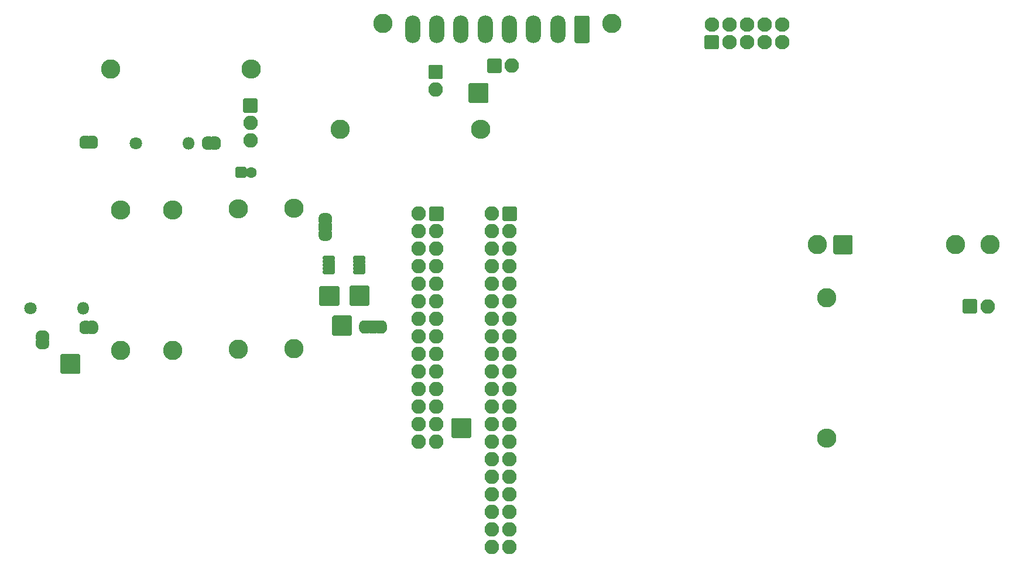
<source format=gbr>
%TF.GenerationSoftware,KiCad,Pcbnew,(5.1.9-0-10_14)*%
%TF.CreationDate,2021-02-14T15:54:45+00:00*%
%TF.ProjectId,base8x,62617365-3878-42e6-9b69-6361645f7063,rev?*%
%TF.SameCoordinates,Original*%
%TF.FileFunction,Soldermask,Top*%
%TF.FilePolarity,Negative*%
%FSLAX46Y46*%
G04 Gerber Fmt 4.6, Leading zero omitted, Abs format (unit mm)*
G04 Created by KiCad (PCBNEW (5.1.9-0-10_14)) date 2021-02-14 15:54:45*
%MOMM*%
%LPD*%
G01*
G04 APERTURE LIST*
%ADD10C,2.800000*%
%ADD11O,1.800000X1.800000*%
%ADD12C,1.800000*%
%ADD13O,2.800000X2.800000*%
%ADD14C,2.100000*%
%ADD15C,0.100000*%
%ADD16O,2.100000X2.100000*%
%ADD17O,2.200000X4.000000*%
%ADD18C,1.600000*%
G04 APERTURE END LIST*
%TO.C,SSR-Ithink1*%
G36*
G01*
X-198021400Y-62576800D02*
X-198021400Y-60359200D01*
G75*
G02*
X-197730200Y-60068000I291200J0D01*
G01*
X-195512600Y-60068000D01*
G75*
G02*
X-195221400Y-60359200I0J-291200D01*
G01*
X-195221400Y-62576800D01*
G75*
G02*
X-195512600Y-62868000I-291200J0D01*
G01*
X-197730200Y-62868000D01*
G75*
G02*
X-198021400Y-62576800I0J291200D01*
G01*
G37*
D10*
X-200371400Y-61468000D03*
X-180371400Y-61468000D03*
X-175371400Y-61468000D03*
%TD*%
D11*
%TO.C,D2*%
X-306491640Y-70708520D03*
D12*
X-314111640Y-70708520D03*
%TD*%
D11*
%TO.C,D1*%
X-291302440Y-46791880D03*
D12*
X-298922440Y-46791880D03*
%TD*%
D13*
%TO.C,Resistor_SSR1*%
X-198958200Y-89433400D03*
D10*
X-198958200Y-69113400D03*
%TD*%
D13*
%TO.C,Resistor1*%
X-282178760Y-36062920D03*
D10*
X-302498760Y-36062920D03*
%TD*%
D13*
%TO.C,R5*%
X-249021600Y-44780200D03*
D10*
X-269341600Y-44780200D03*
%TD*%
D13*
%TO.C,R4*%
X-293547800Y-56438800D03*
D10*
X-293547800Y-76758800D03*
%TD*%
D13*
%TO.C,R3*%
X-276047200Y-56235600D03*
D10*
X-276047200Y-76555600D03*
%TD*%
D13*
%TO.C,R2*%
X-301066200Y-56489600D03*
D10*
X-301066200Y-76809600D03*
%TD*%
D13*
%TO.C,R1*%
X-284099000Y-56286400D03*
D10*
X-284099000Y-76606400D03*
%TD*%
%TO.C,TP5*%
G36*
G01*
X-270512200Y-74427400D02*
X-270512200Y-71927400D01*
G75*
G02*
X-270312200Y-71727400I200000J0D01*
G01*
X-267812200Y-71727400D01*
G75*
G02*
X-267612200Y-71927400I0J-200000D01*
G01*
X-267612200Y-74427400D01*
G75*
G02*
X-267812200Y-74627400I-200000J0D01*
G01*
X-270312200Y-74627400D01*
G75*
G02*
X-270512200Y-74427400I0J200000D01*
G01*
G37*
%TD*%
%TO.C,TP4*%
G36*
G01*
X-309806000Y-79990000D02*
X-309806000Y-77490000D01*
G75*
G02*
X-309606000Y-77290000I200000J0D01*
G01*
X-307106000Y-77290000D01*
G75*
G02*
X-306906000Y-77490000I0J-200000D01*
G01*
X-306906000Y-79990000D01*
G75*
G02*
X-307106000Y-80190000I-200000J0D01*
G01*
X-309606000Y-80190000D01*
G75*
G02*
X-309806000Y-79990000I0J200000D01*
G01*
G37*
%TD*%
%TO.C,TP3*%
G36*
G01*
X-267997600Y-70109400D02*
X-267997600Y-67609400D01*
G75*
G02*
X-267797600Y-67409400I200000J0D01*
G01*
X-265297600Y-67409400D01*
G75*
G02*
X-265097600Y-67609400I0J-200000D01*
G01*
X-265097600Y-70109400D01*
G75*
G02*
X-265297600Y-70309400I-200000J0D01*
G01*
X-267797600Y-70309400D01*
G75*
G02*
X-267997600Y-70109400I0J200000D01*
G01*
G37*
%TD*%
%TO.C,TP2*%
G36*
G01*
X-272366400Y-70134800D02*
X-272366400Y-67634800D01*
G75*
G02*
X-272166400Y-67434800I200000J0D01*
G01*
X-269666400Y-67434800D01*
G75*
G02*
X-269466400Y-67634800I0J-200000D01*
G01*
X-269466400Y-70134800D01*
G75*
G02*
X-269666400Y-70334800I-200000J0D01*
G01*
X-272166400Y-70334800D01*
G75*
G02*
X-272366400Y-70134800I0J200000D01*
G01*
G37*
%TD*%
%TO.C,J1*%
G36*
G01*
X-214879423Y-33206400D02*
X-216361777Y-33206400D01*
G75*
G02*
X-216670600Y-32897577I0J308823D01*
G01*
X-216670600Y-31415223D01*
G75*
G02*
X-216361777Y-31106400I308823J0D01*
G01*
X-214879423Y-31106400D01*
G75*
G02*
X-214570600Y-31415223I0J-308823D01*
G01*
X-214570600Y-32897577D01*
G75*
G02*
X-214879423Y-33206400I-308823J0D01*
G01*
G37*
D14*
X-213080600Y-32156400D03*
X-210540600Y-32156400D03*
X-208000600Y-32156400D03*
X-205460600Y-32156400D03*
X-215620600Y-29616400D03*
X-213080600Y-29616400D03*
X-210540600Y-29616400D03*
X-208000600Y-29616400D03*
X-205460600Y-29616400D03*
%TD*%
D15*
%TO.C,J2*%
G36*
X-265315482Y-72421743D02*
G01*
X-265277963Y-72433124D01*
X-265243386Y-72451606D01*
X-265213079Y-72476479D01*
X-265188206Y-72506786D01*
X-265169724Y-72541363D01*
X-265158343Y-72578882D01*
X-265154500Y-72617900D01*
X-265154500Y-74117900D01*
X-265158343Y-74156918D01*
X-265169724Y-74194437D01*
X-265188206Y-74229014D01*
X-265213079Y-74259321D01*
X-265243386Y-74284194D01*
X-265277963Y-74302676D01*
X-265315482Y-74314057D01*
X-265354500Y-74317900D01*
X-265904500Y-74317900D01*
X-265910612Y-74317298D01*
X-265929034Y-74317298D01*
X-265948640Y-74316335D01*
X-265997471Y-74311525D01*
X-266016880Y-74308646D01*
X-266065005Y-74299074D01*
X-266084048Y-74294304D01*
X-266131003Y-74280060D01*
X-266149480Y-74273449D01*
X-266194813Y-74254672D01*
X-266212561Y-74246277D01*
X-266255834Y-74223146D01*
X-266272662Y-74213060D01*
X-266313461Y-74185800D01*
X-266329230Y-74174105D01*
X-266367159Y-74142977D01*
X-266381700Y-74129797D01*
X-266416397Y-74095100D01*
X-266429577Y-74080559D01*
X-266460705Y-74042630D01*
X-266472400Y-74026861D01*
X-266499660Y-73986062D01*
X-266509746Y-73969234D01*
X-266532877Y-73925961D01*
X-266541272Y-73908213D01*
X-266560049Y-73862880D01*
X-266566660Y-73844403D01*
X-266580904Y-73797448D01*
X-266585674Y-73778405D01*
X-266595246Y-73730280D01*
X-266598125Y-73710871D01*
X-266602935Y-73662040D01*
X-266603898Y-73642434D01*
X-266603898Y-73624012D01*
X-266604500Y-73617900D01*
X-266604500Y-73117900D01*
X-266603898Y-73111788D01*
X-266603898Y-73093366D01*
X-266602935Y-73073760D01*
X-266598125Y-73024929D01*
X-266595246Y-73005520D01*
X-266585674Y-72957395D01*
X-266580904Y-72938352D01*
X-266566660Y-72891397D01*
X-266560049Y-72872920D01*
X-266541272Y-72827587D01*
X-266532877Y-72809839D01*
X-266509746Y-72766566D01*
X-266499660Y-72749738D01*
X-266472400Y-72708939D01*
X-266460705Y-72693170D01*
X-266429577Y-72655241D01*
X-266416397Y-72640700D01*
X-266381700Y-72606003D01*
X-266367159Y-72592823D01*
X-266329230Y-72561695D01*
X-266313461Y-72550000D01*
X-266272662Y-72522740D01*
X-266255834Y-72512654D01*
X-266212561Y-72489523D01*
X-266194813Y-72481128D01*
X-266149480Y-72462351D01*
X-266131003Y-72455740D01*
X-266084048Y-72441496D01*
X-266065005Y-72436726D01*
X-266016880Y-72427154D01*
X-265997471Y-72424275D01*
X-265948640Y-72419465D01*
X-265929034Y-72418502D01*
X-265910612Y-72418502D01*
X-265904500Y-72417900D01*
X-265354500Y-72417900D01*
X-265315482Y-72421743D01*
G37*
G36*
X-263298388Y-72418502D02*
G01*
X-263279966Y-72418502D01*
X-263260360Y-72419465D01*
X-263211529Y-72424275D01*
X-263192120Y-72427154D01*
X-263143995Y-72436726D01*
X-263124952Y-72441496D01*
X-263077997Y-72455740D01*
X-263059520Y-72462351D01*
X-263014187Y-72481128D01*
X-262996439Y-72489523D01*
X-262953166Y-72512654D01*
X-262936338Y-72522740D01*
X-262895539Y-72550000D01*
X-262879770Y-72561695D01*
X-262841841Y-72592823D01*
X-262827300Y-72606003D01*
X-262792603Y-72640700D01*
X-262779423Y-72655241D01*
X-262748295Y-72693170D01*
X-262736600Y-72708939D01*
X-262709340Y-72749738D01*
X-262699254Y-72766566D01*
X-262676123Y-72809839D01*
X-262667728Y-72827587D01*
X-262648951Y-72872920D01*
X-262642340Y-72891397D01*
X-262628096Y-72938352D01*
X-262623326Y-72957395D01*
X-262613754Y-73005520D01*
X-262610875Y-73024929D01*
X-262606065Y-73073760D01*
X-262605102Y-73093366D01*
X-262605102Y-73111788D01*
X-262604500Y-73117900D01*
X-262604500Y-73617900D01*
X-262605102Y-73624012D01*
X-262605102Y-73642434D01*
X-262606065Y-73662040D01*
X-262610875Y-73710871D01*
X-262613754Y-73730280D01*
X-262623326Y-73778405D01*
X-262628096Y-73797448D01*
X-262642340Y-73844403D01*
X-262648951Y-73862880D01*
X-262667728Y-73908213D01*
X-262676123Y-73925961D01*
X-262699254Y-73969234D01*
X-262709340Y-73986062D01*
X-262736600Y-74026861D01*
X-262748295Y-74042630D01*
X-262779423Y-74080559D01*
X-262792603Y-74095100D01*
X-262827300Y-74129797D01*
X-262841841Y-74142977D01*
X-262879770Y-74174105D01*
X-262895539Y-74185800D01*
X-262936338Y-74213060D01*
X-262953166Y-74223146D01*
X-262996439Y-74246277D01*
X-263014187Y-74254672D01*
X-263059520Y-74273449D01*
X-263077997Y-74280060D01*
X-263124952Y-74294304D01*
X-263143995Y-74299074D01*
X-263192120Y-74308646D01*
X-263211529Y-74311525D01*
X-263260360Y-74316335D01*
X-263279966Y-74317298D01*
X-263298388Y-74317298D01*
X-263304500Y-74317900D01*
X-263854500Y-74317900D01*
X-263893518Y-74314057D01*
X-263931037Y-74302676D01*
X-263965614Y-74284194D01*
X-263995921Y-74259321D01*
X-264020794Y-74229014D01*
X-264039276Y-74194437D01*
X-264050657Y-74156918D01*
X-264054500Y-74117900D01*
X-264054500Y-72617900D01*
X-264050657Y-72578882D01*
X-264039276Y-72541363D01*
X-264020794Y-72506786D01*
X-263995921Y-72476479D01*
X-263965614Y-72451606D01*
X-263931037Y-72433124D01*
X-263893518Y-72421743D01*
X-263854500Y-72417900D01*
X-263304500Y-72417900D01*
X-263298388Y-72418502D01*
G37*
G36*
G01*
X-265304500Y-74117900D02*
X-265304500Y-72617900D01*
G75*
G02*
X-265104500Y-72417900I200000J0D01*
G01*
X-264104500Y-72417900D01*
G75*
G02*
X-263904500Y-72617900I0J-200000D01*
G01*
X-263904500Y-74117900D01*
G75*
G02*
X-264104500Y-74317900I-200000J0D01*
G01*
X-265104500Y-74317900D01*
G75*
G02*
X-265304500Y-74117900I0J200000D01*
G01*
G37*
%TD*%
%TO.C,J3*%
G36*
G01*
X-256497800Y-57847600D02*
X-256497800Y-56147600D01*
G75*
G02*
X-256297800Y-55947600I200000J0D01*
G01*
X-254597800Y-55947600D01*
G75*
G02*
X-254397800Y-56147600I0J-200000D01*
G01*
X-254397800Y-57847600D01*
G75*
G02*
X-254597800Y-58047600I-200000J0D01*
G01*
X-256297800Y-58047600D01*
G75*
G02*
X-256497800Y-57847600I0J200000D01*
G01*
G37*
D16*
X-257987800Y-56997600D03*
X-255447800Y-59537600D03*
X-257987800Y-59537600D03*
X-255447800Y-62077600D03*
X-257987800Y-62077600D03*
X-255447800Y-64617600D03*
X-257987800Y-64617600D03*
X-255447800Y-67157600D03*
X-257987800Y-67157600D03*
X-255447800Y-69697600D03*
X-257987800Y-69697600D03*
X-255447800Y-72237600D03*
X-257987800Y-72237600D03*
X-255447800Y-74777600D03*
X-257987800Y-74777600D03*
X-255447800Y-77317600D03*
X-257987800Y-77317600D03*
X-255447800Y-79857600D03*
X-257987800Y-79857600D03*
X-255447800Y-82397600D03*
X-257987800Y-82397600D03*
X-255447800Y-84937600D03*
X-257987800Y-84937600D03*
X-255447800Y-87477600D03*
X-257987800Y-87477600D03*
X-255447800Y-90017600D03*
X-257987800Y-90017600D03*
%TD*%
%TO.C,J4*%
G36*
G01*
X-272250600Y-58202600D02*
X-270750600Y-58202600D01*
G75*
G02*
X-270550600Y-58402600I0J-200000D01*
G01*
X-270550600Y-59402600D01*
G75*
G02*
X-270750600Y-59602600I-200000J0D01*
G01*
X-272250600Y-59602600D01*
G75*
G02*
X-272450600Y-59402600I0J200000D01*
G01*
X-272450600Y-58402600D01*
G75*
G02*
X-272250600Y-58202600I200000J0D01*
G01*
G37*
D15*
G36*
X-270551202Y-60208712D02*
G01*
X-270551202Y-60227134D01*
X-270552165Y-60246740D01*
X-270556975Y-60295571D01*
X-270559854Y-60314980D01*
X-270569426Y-60363105D01*
X-270574196Y-60382148D01*
X-270588440Y-60429103D01*
X-270595051Y-60447580D01*
X-270613828Y-60492913D01*
X-270622223Y-60510661D01*
X-270645354Y-60553934D01*
X-270655440Y-60570762D01*
X-270682700Y-60611561D01*
X-270694395Y-60627330D01*
X-270725523Y-60665259D01*
X-270738703Y-60679800D01*
X-270773400Y-60714497D01*
X-270787941Y-60727677D01*
X-270825870Y-60758805D01*
X-270841639Y-60770500D01*
X-270882438Y-60797760D01*
X-270899266Y-60807846D01*
X-270942539Y-60830977D01*
X-270960287Y-60839372D01*
X-271005620Y-60858149D01*
X-271024097Y-60864760D01*
X-271071052Y-60879004D01*
X-271090095Y-60883774D01*
X-271138220Y-60893346D01*
X-271157629Y-60896225D01*
X-271206460Y-60901035D01*
X-271226066Y-60901998D01*
X-271244488Y-60901998D01*
X-271250600Y-60902600D01*
X-271750600Y-60902600D01*
X-271756712Y-60901998D01*
X-271775134Y-60901998D01*
X-271794740Y-60901035D01*
X-271843571Y-60896225D01*
X-271862980Y-60893346D01*
X-271911105Y-60883774D01*
X-271930148Y-60879004D01*
X-271977103Y-60864760D01*
X-271995580Y-60858149D01*
X-272040913Y-60839372D01*
X-272058661Y-60830977D01*
X-272101934Y-60807846D01*
X-272118762Y-60797760D01*
X-272159561Y-60770500D01*
X-272175330Y-60758805D01*
X-272213259Y-60727677D01*
X-272227800Y-60714497D01*
X-272262497Y-60679800D01*
X-272275677Y-60665259D01*
X-272306805Y-60627330D01*
X-272318500Y-60611561D01*
X-272345760Y-60570762D01*
X-272355846Y-60553934D01*
X-272378977Y-60510661D01*
X-272387372Y-60492913D01*
X-272406149Y-60447580D01*
X-272412760Y-60429103D01*
X-272427004Y-60382148D01*
X-272431774Y-60363105D01*
X-272441346Y-60314980D01*
X-272444225Y-60295571D01*
X-272449035Y-60246740D01*
X-272449998Y-60227134D01*
X-272449998Y-60208712D01*
X-272450600Y-60202600D01*
X-272450600Y-59652600D01*
X-272446757Y-59613582D01*
X-272435376Y-59576063D01*
X-272416894Y-59541486D01*
X-272392021Y-59511179D01*
X-272361714Y-59486306D01*
X-272327137Y-59467824D01*
X-272289618Y-59456443D01*
X-272250600Y-59452600D01*
X-270750600Y-59452600D01*
X-270711582Y-59456443D01*
X-270674063Y-59467824D01*
X-270639486Y-59486306D01*
X-270609179Y-59511179D01*
X-270584306Y-59541486D01*
X-270565824Y-59576063D01*
X-270554443Y-59613582D01*
X-270550600Y-59652600D01*
X-270550600Y-60202600D01*
X-270551202Y-60208712D01*
G37*
G36*
X-270554443Y-58191618D02*
G01*
X-270565824Y-58229137D01*
X-270584306Y-58263714D01*
X-270609179Y-58294021D01*
X-270639486Y-58318894D01*
X-270674063Y-58337376D01*
X-270711582Y-58348757D01*
X-270750600Y-58352600D01*
X-272250600Y-58352600D01*
X-272289618Y-58348757D01*
X-272327137Y-58337376D01*
X-272361714Y-58318894D01*
X-272392021Y-58294021D01*
X-272416894Y-58263714D01*
X-272435376Y-58229137D01*
X-272446757Y-58191618D01*
X-272450600Y-58152600D01*
X-272450600Y-57602600D01*
X-272449998Y-57596488D01*
X-272449998Y-57578066D01*
X-272449035Y-57558460D01*
X-272444225Y-57509629D01*
X-272441346Y-57490220D01*
X-272431774Y-57442095D01*
X-272427004Y-57423052D01*
X-272412760Y-57376097D01*
X-272406149Y-57357620D01*
X-272387372Y-57312287D01*
X-272378977Y-57294539D01*
X-272355846Y-57251266D01*
X-272345760Y-57234438D01*
X-272318500Y-57193639D01*
X-272306805Y-57177870D01*
X-272275677Y-57139941D01*
X-272262497Y-57125400D01*
X-272227800Y-57090703D01*
X-272213259Y-57077523D01*
X-272175330Y-57046395D01*
X-272159561Y-57034700D01*
X-272118762Y-57007440D01*
X-272101934Y-56997354D01*
X-272058661Y-56974223D01*
X-272040913Y-56965828D01*
X-271995580Y-56947051D01*
X-271977103Y-56940440D01*
X-271930148Y-56926196D01*
X-271911105Y-56921426D01*
X-271862980Y-56911854D01*
X-271843571Y-56908975D01*
X-271794740Y-56904165D01*
X-271775134Y-56903202D01*
X-271756712Y-56903202D01*
X-271750600Y-56902600D01*
X-271250600Y-56902600D01*
X-271244488Y-56903202D01*
X-271226066Y-56903202D01*
X-271206460Y-56904165D01*
X-271157629Y-56908975D01*
X-271138220Y-56911854D01*
X-271090095Y-56921426D01*
X-271071052Y-56926196D01*
X-271024097Y-56940440D01*
X-271005620Y-56947051D01*
X-270960287Y-56965828D01*
X-270942539Y-56974223D01*
X-270899266Y-56997354D01*
X-270882438Y-57007440D01*
X-270841639Y-57034700D01*
X-270825870Y-57046395D01*
X-270787941Y-57077523D01*
X-270773400Y-57090703D01*
X-270738703Y-57125400D01*
X-270725523Y-57139941D01*
X-270694395Y-57177870D01*
X-270682700Y-57193639D01*
X-270655440Y-57234438D01*
X-270645354Y-57251266D01*
X-270622223Y-57294539D01*
X-270613828Y-57312287D01*
X-270595051Y-57357620D01*
X-270588440Y-57376097D01*
X-270574196Y-57423052D01*
X-270569426Y-57442095D01*
X-270559854Y-57490220D01*
X-270556975Y-57509629D01*
X-270552165Y-57558460D01*
X-270551202Y-57578066D01*
X-270551202Y-57596488D01*
X-270550600Y-57602600D01*
X-270550600Y-58152600D01*
X-270554443Y-58191618D01*
G37*
%TD*%
%TO.C,J9*%
G36*
G01*
X-233265800Y-28607755D02*
X-233265800Y-31996645D01*
G75*
G02*
X-233571355Y-32302200I-305555J0D01*
G01*
X-235160245Y-32302200D01*
G75*
G02*
X-235465800Y-31996645I0J305555D01*
G01*
X-235465800Y-28607755D01*
G75*
G02*
X-235160245Y-28302200I305555J0D01*
G01*
X-233571355Y-28302200D01*
G75*
G02*
X-233265800Y-28607755I0J-305555D01*
G01*
G37*
D17*
X-237865800Y-30302200D03*
X-241365800Y-30302200D03*
X-244865800Y-30302200D03*
X-248365800Y-30302200D03*
X-251865800Y-30302200D03*
X-255365800Y-30302200D03*
X-258865800Y-30302200D03*
D10*
X-230065800Y-29402200D03*
X-263165800Y-29402200D03*
%TD*%
D15*
%TO.C,JP2*%
G36*
X-305820302Y-45698403D02*
G01*
X-305782783Y-45709784D01*
X-305748206Y-45728266D01*
X-305717899Y-45753139D01*
X-305693026Y-45783446D01*
X-305674544Y-45818023D01*
X-305663163Y-45855542D01*
X-305659320Y-45894560D01*
X-305659320Y-47394560D01*
X-305663163Y-47433578D01*
X-305674544Y-47471097D01*
X-305693026Y-47505674D01*
X-305717899Y-47535981D01*
X-305748206Y-47560854D01*
X-305782783Y-47579336D01*
X-305820302Y-47590717D01*
X-305859320Y-47594560D01*
X-306359320Y-47594560D01*
X-306365432Y-47593958D01*
X-306383854Y-47593958D01*
X-306403460Y-47592995D01*
X-306452291Y-47588185D01*
X-306471700Y-47585306D01*
X-306519825Y-47575734D01*
X-306538868Y-47570964D01*
X-306585823Y-47556720D01*
X-306604300Y-47550109D01*
X-306649633Y-47531332D01*
X-306667381Y-47522937D01*
X-306710654Y-47499806D01*
X-306727482Y-47489720D01*
X-306768281Y-47462460D01*
X-306784050Y-47450765D01*
X-306821979Y-47419637D01*
X-306836520Y-47406457D01*
X-306871217Y-47371760D01*
X-306884397Y-47357219D01*
X-306915525Y-47319290D01*
X-306927220Y-47303521D01*
X-306954480Y-47262722D01*
X-306964566Y-47245894D01*
X-306987697Y-47202621D01*
X-306996092Y-47184873D01*
X-307014869Y-47139540D01*
X-307021480Y-47121063D01*
X-307035724Y-47074108D01*
X-307040494Y-47055065D01*
X-307050066Y-47006940D01*
X-307052945Y-46987531D01*
X-307057755Y-46938700D01*
X-307058718Y-46919094D01*
X-307058718Y-46900672D01*
X-307059320Y-46894560D01*
X-307059320Y-46394560D01*
X-307058718Y-46388448D01*
X-307058718Y-46370026D01*
X-307057755Y-46350420D01*
X-307052945Y-46301589D01*
X-307050066Y-46282180D01*
X-307040494Y-46234055D01*
X-307035724Y-46215012D01*
X-307021480Y-46168057D01*
X-307014869Y-46149580D01*
X-306996092Y-46104247D01*
X-306987697Y-46086499D01*
X-306964566Y-46043226D01*
X-306954480Y-46026398D01*
X-306927220Y-45985599D01*
X-306915525Y-45969830D01*
X-306884397Y-45931901D01*
X-306871217Y-45917360D01*
X-306836520Y-45882663D01*
X-306821979Y-45869483D01*
X-306784050Y-45838355D01*
X-306768281Y-45826660D01*
X-306727482Y-45799400D01*
X-306710654Y-45789314D01*
X-306667381Y-45766183D01*
X-306649633Y-45757788D01*
X-306604300Y-45739011D01*
X-306585823Y-45732400D01*
X-306538868Y-45718156D01*
X-306519825Y-45713386D01*
X-306471700Y-45703814D01*
X-306452291Y-45700935D01*
X-306403460Y-45696125D01*
X-306383854Y-45695162D01*
X-306365432Y-45695162D01*
X-306359320Y-45694560D01*
X-305859320Y-45694560D01*
X-305820302Y-45698403D01*
G37*
G36*
X-305053208Y-45695162D02*
G01*
X-305034786Y-45695162D01*
X-305015180Y-45696125D01*
X-304966349Y-45700935D01*
X-304946940Y-45703814D01*
X-304898815Y-45713386D01*
X-304879772Y-45718156D01*
X-304832817Y-45732400D01*
X-304814340Y-45739011D01*
X-304769007Y-45757788D01*
X-304751259Y-45766183D01*
X-304707986Y-45789314D01*
X-304691158Y-45799400D01*
X-304650359Y-45826660D01*
X-304634590Y-45838355D01*
X-304596661Y-45869483D01*
X-304582120Y-45882663D01*
X-304547423Y-45917360D01*
X-304534243Y-45931901D01*
X-304503115Y-45969830D01*
X-304491420Y-45985599D01*
X-304464160Y-46026398D01*
X-304454074Y-46043226D01*
X-304430943Y-46086499D01*
X-304422548Y-46104247D01*
X-304403771Y-46149580D01*
X-304397160Y-46168057D01*
X-304382916Y-46215012D01*
X-304378146Y-46234055D01*
X-304368574Y-46282180D01*
X-304365695Y-46301589D01*
X-304360885Y-46350420D01*
X-304359922Y-46370026D01*
X-304359922Y-46388448D01*
X-304359320Y-46394560D01*
X-304359320Y-46894560D01*
X-304359922Y-46900672D01*
X-304359922Y-46919094D01*
X-304360885Y-46938700D01*
X-304365695Y-46987531D01*
X-304368574Y-47006940D01*
X-304378146Y-47055065D01*
X-304382916Y-47074108D01*
X-304397160Y-47121063D01*
X-304403771Y-47139540D01*
X-304422548Y-47184873D01*
X-304430943Y-47202621D01*
X-304454074Y-47245894D01*
X-304464160Y-47262722D01*
X-304491420Y-47303521D01*
X-304503115Y-47319290D01*
X-304534243Y-47357219D01*
X-304547423Y-47371760D01*
X-304582120Y-47406457D01*
X-304596661Y-47419637D01*
X-304634590Y-47450765D01*
X-304650359Y-47462460D01*
X-304691158Y-47489720D01*
X-304707986Y-47499806D01*
X-304751259Y-47522937D01*
X-304769007Y-47531332D01*
X-304814340Y-47550109D01*
X-304832817Y-47556720D01*
X-304879772Y-47570964D01*
X-304898815Y-47575734D01*
X-304946940Y-47585306D01*
X-304966349Y-47588185D01*
X-305015180Y-47592995D01*
X-305034786Y-47593958D01*
X-305053208Y-47593958D01*
X-305059320Y-47594560D01*
X-305559320Y-47594560D01*
X-305598338Y-47590717D01*
X-305635857Y-47579336D01*
X-305670434Y-47560854D01*
X-305700741Y-47535981D01*
X-305725614Y-47505674D01*
X-305744096Y-47471097D01*
X-305755477Y-47433578D01*
X-305759320Y-47394560D01*
X-305759320Y-45894560D01*
X-305755477Y-45855542D01*
X-305744096Y-45818023D01*
X-305725614Y-45783446D01*
X-305700741Y-45753139D01*
X-305670434Y-45728266D01*
X-305635857Y-45709784D01*
X-305598338Y-45698403D01*
X-305559320Y-45694560D01*
X-305059320Y-45694560D01*
X-305053208Y-45695162D01*
G37*
%TD*%
%TO.C,JP3*%
G36*
X-287308768Y-45812002D02*
G01*
X-287290346Y-45812002D01*
X-287270740Y-45812965D01*
X-287221909Y-45817775D01*
X-287202500Y-45820654D01*
X-287154375Y-45830226D01*
X-287135332Y-45834996D01*
X-287088377Y-45849240D01*
X-287069900Y-45855851D01*
X-287024567Y-45874628D01*
X-287006819Y-45883023D01*
X-286963546Y-45906154D01*
X-286946718Y-45916240D01*
X-286905919Y-45943500D01*
X-286890150Y-45955195D01*
X-286852221Y-45986323D01*
X-286837680Y-45999503D01*
X-286802983Y-46034200D01*
X-286789803Y-46048741D01*
X-286758675Y-46086670D01*
X-286746980Y-46102439D01*
X-286719720Y-46143238D01*
X-286709634Y-46160066D01*
X-286686503Y-46203339D01*
X-286678108Y-46221087D01*
X-286659331Y-46266420D01*
X-286652720Y-46284897D01*
X-286638476Y-46331852D01*
X-286633706Y-46350895D01*
X-286624134Y-46399020D01*
X-286621255Y-46418429D01*
X-286616445Y-46467260D01*
X-286615482Y-46486866D01*
X-286615482Y-46505288D01*
X-286614880Y-46511400D01*
X-286614880Y-47011400D01*
X-286615482Y-47017512D01*
X-286615482Y-47035934D01*
X-286616445Y-47055540D01*
X-286621255Y-47104371D01*
X-286624134Y-47123780D01*
X-286633706Y-47171905D01*
X-286638476Y-47190948D01*
X-286652720Y-47237903D01*
X-286659331Y-47256380D01*
X-286678108Y-47301713D01*
X-286686503Y-47319461D01*
X-286709634Y-47362734D01*
X-286719720Y-47379562D01*
X-286746980Y-47420361D01*
X-286758675Y-47436130D01*
X-286789803Y-47474059D01*
X-286802983Y-47488600D01*
X-286837680Y-47523297D01*
X-286852221Y-47536477D01*
X-286890150Y-47567605D01*
X-286905919Y-47579300D01*
X-286946718Y-47606560D01*
X-286963546Y-47616646D01*
X-287006819Y-47639777D01*
X-287024567Y-47648172D01*
X-287069900Y-47666949D01*
X-287088377Y-47673560D01*
X-287135332Y-47687804D01*
X-287154375Y-47692574D01*
X-287202500Y-47702146D01*
X-287221909Y-47705025D01*
X-287270740Y-47709835D01*
X-287290346Y-47710798D01*
X-287308768Y-47710798D01*
X-287314880Y-47711400D01*
X-287814880Y-47711400D01*
X-287853898Y-47707557D01*
X-287891417Y-47696176D01*
X-287925994Y-47677694D01*
X-287956301Y-47652821D01*
X-287981174Y-47622514D01*
X-287999656Y-47587937D01*
X-288011037Y-47550418D01*
X-288014880Y-47511400D01*
X-288014880Y-46011400D01*
X-288011037Y-45972382D01*
X-287999656Y-45934863D01*
X-287981174Y-45900286D01*
X-287956301Y-45869979D01*
X-287925994Y-45845106D01*
X-287891417Y-45826624D01*
X-287853898Y-45815243D01*
X-287814880Y-45811400D01*
X-287314880Y-45811400D01*
X-287308768Y-45812002D01*
G37*
G36*
X-288075862Y-45815243D02*
G01*
X-288038343Y-45826624D01*
X-288003766Y-45845106D01*
X-287973459Y-45869979D01*
X-287948586Y-45900286D01*
X-287930104Y-45934863D01*
X-287918723Y-45972382D01*
X-287914880Y-46011400D01*
X-287914880Y-47511400D01*
X-287918723Y-47550418D01*
X-287930104Y-47587937D01*
X-287948586Y-47622514D01*
X-287973459Y-47652821D01*
X-288003766Y-47677694D01*
X-288038343Y-47696176D01*
X-288075862Y-47707557D01*
X-288114880Y-47711400D01*
X-288614880Y-47711400D01*
X-288620992Y-47710798D01*
X-288639414Y-47710798D01*
X-288659020Y-47709835D01*
X-288707851Y-47705025D01*
X-288727260Y-47702146D01*
X-288775385Y-47692574D01*
X-288794428Y-47687804D01*
X-288841383Y-47673560D01*
X-288859860Y-47666949D01*
X-288905193Y-47648172D01*
X-288922941Y-47639777D01*
X-288966214Y-47616646D01*
X-288983042Y-47606560D01*
X-289023841Y-47579300D01*
X-289039610Y-47567605D01*
X-289077539Y-47536477D01*
X-289092080Y-47523297D01*
X-289126777Y-47488600D01*
X-289139957Y-47474059D01*
X-289171085Y-47436130D01*
X-289182780Y-47420361D01*
X-289210040Y-47379562D01*
X-289220126Y-47362734D01*
X-289243257Y-47319461D01*
X-289251652Y-47301713D01*
X-289270429Y-47256380D01*
X-289277040Y-47237903D01*
X-289291284Y-47190948D01*
X-289296054Y-47171905D01*
X-289305626Y-47123780D01*
X-289308505Y-47104371D01*
X-289313315Y-47055540D01*
X-289314278Y-47035934D01*
X-289314278Y-47017512D01*
X-289314880Y-47011400D01*
X-289314880Y-46511400D01*
X-289314278Y-46505288D01*
X-289314278Y-46486866D01*
X-289313315Y-46467260D01*
X-289308505Y-46418429D01*
X-289305626Y-46399020D01*
X-289296054Y-46350895D01*
X-289291284Y-46331852D01*
X-289277040Y-46284897D01*
X-289270429Y-46266420D01*
X-289251652Y-46221087D01*
X-289243257Y-46203339D01*
X-289220126Y-46160066D01*
X-289210040Y-46143238D01*
X-289182780Y-46102439D01*
X-289171085Y-46086670D01*
X-289139957Y-46048741D01*
X-289126777Y-46034200D01*
X-289092080Y-45999503D01*
X-289077539Y-45986323D01*
X-289039610Y-45955195D01*
X-289023841Y-45943500D01*
X-288983042Y-45916240D01*
X-288966214Y-45906154D01*
X-288922941Y-45883023D01*
X-288905193Y-45874628D01*
X-288859860Y-45855851D01*
X-288841383Y-45849240D01*
X-288794428Y-45834996D01*
X-288775385Y-45830226D01*
X-288727260Y-45820654D01*
X-288707851Y-45817775D01*
X-288659020Y-45812965D01*
X-288639414Y-45812002D01*
X-288620992Y-45812002D01*
X-288614880Y-45811400D01*
X-288114880Y-45811400D01*
X-288075862Y-45815243D01*
G37*
%TD*%
%TO.C,JP4*%
G36*
X-313340757Y-75358482D02*
G01*
X-313329376Y-75320963D01*
X-313310894Y-75286386D01*
X-313286021Y-75256079D01*
X-313255714Y-75231206D01*
X-313221137Y-75212724D01*
X-313183618Y-75201343D01*
X-313144600Y-75197500D01*
X-311644600Y-75197500D01*
X-311605582Y-75201343D01*
X-311568063Y-75212724D01*
X-311533486Y-75231206D01*
X-311503179Y-75256079D01*
X-311478306Y-75286386D01*
X-311459824Y-75320963D01*
X-311448443Y-75358482D01*
X-311444600Y-75397500D01*
X-311444600Y-75897500D01*
X-311445202Y-75903612D01*
X-311445202Y-75922034D01*
X-311446165Y-75941640D01*
X-311450975Y-75990471D01*
X-311453854Y-76009880D01*
X-311463426Y-76058005D01*
X-311468196Y-76077048D01*
X-311482440Y-76124003D01*
X-311489051Y-76142480D01*
X-311507828Y-76187813D01*
X-311516223Y-76205561D01*
X-311539354Y-76248834D01*
X-311549440Y-76265662D01*
X-311576700Y-76306461D01*
X-311588395Y-76322230D01*
X-311619523Y-76360159D01*
X-311632703Y-76374700D01*
X-311667400Y-76409397D01*
X-311681941Y-76422577D01*
X-311719870Y-76453705D01*
X-311735639Y-76465400D01*
X-311776438Y-76492660D01*
X-311793266Y-76502746D01*
X-311836539Y-76525877D01*
X-311854287Y-76534272D01*
X-311899620Y-76553049D01*
X-311918097Y-76559660D01*
X-311965052Y-76573904D01*
X-311984095Y-76578674D01*
X-312032220Y-76588246D01*
X-312051629Y-76591125D01*
X-312100460Y-76595935D01*
X-312120066Y-76596898D01*
X-312138488Y-76596898D01*
X-312144600Y-76597500D01*
X-312644600Y-76597500D01*
X-312650712Y-76596898D01*
X-312669134Y-76596898D01*
X-312688740Y-76595935D01*
X-312737571Y-76591125D01*
X-312756980Y-76588246D01*
X-312805105Y-76578674D01*
X-312824148Y-76573904D01*
X-312871103Y-76559660D01*
X-312889580Y-76553049D01*
X-312934913Y-76534272D01*
X-312952661Y-76525877D01*
X-312995934Y-76502746D01*
X-313012762Y-76492660D01*
X-313053561Y-76465400D01*
X-313069330Y-76453705D01*
X-313107259Y-76422577D01*
X-313121800Y-76409397D01*
X-313156497Y-76374700D01*
X-313169677Y-76360159D01*
X-313200805Y-76322230D01*
X-313212500Y-76306461D01*
X-313239760Y-76265662D01*
X-313249846Y-76248834D01*
X-313272977Y-76205561D01*
X-313281372Y-76187813D01*
X-313300149Y-76142480D01*
X-313306760Y-76124003D01*
X-313321004Y-76077048D01*
X-313325774Y-76058005D01*
X-313335346Y-76009880D01*
X-313338225Y-75990471D01*
X-313343035Y-75941640D01*
X-313343998Y-75922034D01*
X-313343998Y-75903612D01*
X-313344600Y-75897500D01*
X-313344600Y-75397500D01*
X-313340757Y-75358482D01*
G37*
G36*
X-313343998Y-74591388D02*
G01*
X-313343998Y-74572966D01*
X-313343035Y-74553360D01*
X-313338225Y-74504529D01*
X-313335346Y-74485120D01*
X-313325774Y-74436995D01*
X-313321004Y-74417952D01*
X-313306760Y-74370997D01*
X-313300149Y-74352520D01*
X-313281372Y-74307187D01*
X-313272977Y-74289439D01*
X-313249846Y-74246166D01*
X-313239760Y-74229338D01*
X-313212500Y-74188539D01*
X-313200805Y-74172770D01*
X-313169677Y-74134841D01*
X-313156497Y-74120300D01*
X-313121800Y-74085603D01*
X-313107259Y-74072423D01*
X-313069330Y-74041295D01*
X-313053561Y-74029600D01*
X-313012762Y-74002340D01*
X-312995934Y-73992254D01*
X-312952661Y-73969123D01*
X-312934913Y-73960728D01*
X-312889580Y-73941951D01*
X-312871103Y-73935340D01*
X-312824148Y-73921096D01*
X-312805105Y-73916326D01*
X-312756980Y-73906754D01*
X-312737571Y-73903875D01*
X-312688740Y-73899065D01*
X-312669134Y-73898102D01*
X-312650712Y-73898102D01*
X-312644600Y-73897500D01*
X-312144600Y-73897500D01*
X-312138488Y-73898102D01*
X-312120066Y-73898102D01*
X-312100460Y-73899065D01*
X-312051629Y-73903875D01*
X-312032220Y-73906754D01*
X-311984095Y-73916326D01*
X-311965052Y-73921096D01*
X-311918097Y-73935340D01*
X-311899620Y-73941951D01*
X-311854287Y-73960728D01*
X-311836539Y-73969123D01*
X-311793266Y-73992254D01*
X-311776438Y-74002340D01*
X-311735639Y-74029600D01*
X-311719870Y-74041295D01*
X-311681941Y-74072423D01*
X-311667400Y-74085603D01*
X-311632703Y-74120300D01*
X-311619523Y-74134841D01*
X-311588395Y-74172770D01*
X-311576700Y-74188539D01*
X-311549440Y-74229338D01*
X-311539354Y-74246166D01*
X-311516223Y-74289439D01*
X-311507828Y-74307187D01*
X-311489051Y-74352520D01*
X-311482440Y-74370997D01*
X-311468196Y-74417952D01*
X-311463426Y-74436995D01*
X-311453854Y-74485120D01*
X-311450975Y-74504529D01*
X-311446165Y-74553360D01*
X-311445202Y-74572966D01*
X-311445202Y-74591388D01*
X-311444600Y-74597500D01*
X-311444600Y-75097500D01*
X-311448443Y-75136518D01*
X-311459824Y-75174037D01*
X-311478306Y-75208614D01*
X-311503179Y-75238921D01*
X-311533486Y-75263794D01*
X-311568063Y-75282276D01*
X-311605582Y-75293657D01*
X-311644600Y-75297500D01*
X-313144600Y-75297500D01*
X-313183618Y-75293657D01*
X-313221137Y-75282276D01*
X-313255714Y-75263794D01*
X-313286021Y-75238921D01*
X-313310894Y-75208614D01*
X-313329376Y-75174037D01*
X-313340757Y-75136518D01*
X-313344600Y-75097500D01*
X-313344600Y-74597500D01*
X-313343998Y-74591388D01*
G37*
%TD*%
%TO.C,JP5*%
G36*
X-305815222Y-72485243D02*
G01*
X-305777703Y-72496624D01*
X-305743126Y-72515106D01*
X-305712819Y-72539979D01*
X-305687946Y-72570286D01*
X-305669464Y-72604863D01*
X-305658083Y-72642382D01*
X-305654240Y-72681400D01*
X-305654240Y-74181400D01*
X-305658083Y-74220418D01*
X-305669464Y-74257937D01*
X-305687946Y-74292514D01*
X-305712819Y-74322821D01*
X-305743126Y-74347694D01*
X-305777703Y-74366176D01*
X-305815222Y-74377557D01*
X-305854240Y-74381400D01*
X-306354240Y-74381400D01*
X-306360352Y-74380798D01*
X-306378774Y-74380798D01*
X-306398380Y-74379835D01*
X-306447211Y-74375025D01*
X-306466620Y-74372146D01*
X-306514745Y-74362574D01*
X-306533788Y-74357804D01*
X-306580743Y-74343560D01*
X-306599220Y-74336949D01*
X-306644553Y-74318172D01*
X-306662301Y-74309777D01*
X-306705574Y-74286646D01*
X-306722402Y-74276560D01*
X-306763201Y-74249300D01*
X-306778970Y-74237605D01*
X-306816899Y-74206477D01*
X-306831440Y-74193297D01*
X-306866137Y-74158600D01*
X-306879317Y-74144059D01*
X-306910445Y-74106130D01*
X-306922140Y-74090361D01*
X-306949400Y-74049562D01*
X-306959486Y-74032734D01*
X-306982617Y-73989461D01*
X-306991012Y-73971713D01*
X-307009789Y-73926380D01*
X-307016400Y-73907903D01*
X-307030644Y-73860948D01*
X-307035414Y-73841905D01*
X-307044986Y-73793780D01*
X-307047865Y-73774371D01*
X-307052675Y-73725540D01*
X-307053638Y-73705934D01*
X-307053638Y-73687512D01*
X-307054240Y-73681400D01*
X-307054240Y-73181400D01*
X-307053638Y-73175288D01*
X-307053638Y-73156866D01*
X-307052675Y-73137260D01*
X-307047865Y-73088429D01*
X-307044986Y-73069020D01*
X-307035414Y-73020895D01*
X-307030644Y-73001852D01*
X-307016400Y-72954897D01*
X-307009789Y-72936420D01*
X-306991012Y-72891087D01*
X-306982617Y-72873339D01*
X-306959486Y-72830066D01*
X-306949400Y-72813238D01*
X-306922140Y-72772439D01*
X-306910445Y-72756670D01*
X-306879317Y-72718741D01*
X-306866137Y-72704200D01*
X-306831440Y-72669503D01*
X-306816899Y-72656323D01*
X-306778970Y-72625195D01*
X-306763201Y-72613500D01*
X-306722402Y-72586240D01*
X-306705574Y-72576154D01*
X-306662301Y-72553023D01*
X-306644553Y-72544628D01*
X-306599220Y-72525851D01*
X-306580743Y-72519240D01*
X-306533788Y-72504996D01*
X-306514745Y-72500226D01*
X-306466620Y-72490654D01*
X-306447211Y-72487775D01*
X-306398380Y-72482965D01*
X-306378774Y-72482002D01*
X-306360352Y-72482002D01*
X-306354240Y-72481400D01*
X-305854240Y-72481400D01*
X-305815222Y-72485243D01*
G37*
G36*
X-305048128Y-72482002D02*
G01*
X-305029706Y-72482002D01*
X-305010100Y-72482965D01*
X-304961269Y-72487775D01*
X-304941860Y-72490654D01*
X-304893735Y-72500226D01*
X-304874692Y-72504996D01*
X-304827737Y-72519240D01*
X-304809260Y-72525851D01*
X-304763927Y-72544628D01*
X-304746179Y-72553023D01*
X-304702906Y-72576154D01*
X-304686078Y-72586240D01*
X-304645279Y-72613500D01*
X-304629510Y-72625195D01*
X-304591581Y-72656323D01*
X-304577040Y-72669503D01*
X-304542343Y-72704200D01*
X-304529163Y-72718741D01*
X-304498035Y-72756670D01*
X-304486340Y-72772439D01*
X-304459080Y-72813238D01*
X-304448994Y-72830066D01*
X-304425863Y-72873339D01*
X-304417468Y-72891087D01*
X-304398691Y-72936420D01*
X-304392080Y-72954897D01*
X-304377836Y-73001852D01*
X-304373066Y-73020895D01*
X-304363494Y-73069020D01*
X-304360615Y-73088429D01*
X-304355805Y-73137260D01*
X-304354842Y-73156866D01*
X-304354842Y-73175288D01*
X-304354240Y-73181400D01*
X-304354240Y-73681400D01*
X-304354842Y-73687512D01*
X-304354842Y-73705934D01*
X-304355805Y-73725540D01*
X-304360615Y-73774371D01*
X-304363494Y-73793780D01*
X-304373066Y-73841905D01*
X-304377836Y-73860948D01*
X-304392080Y-73907903D01*
X-304398691Y-73926380D01*
X-304417468Y-73971713D01*
X-304425863Y-73989461D01*
X-304448994Y-74032734D01*
X-304459080Y-74049562D01*
X-304486340Y-74090361D01*
X-304498035Y-74106130D01*
X-304529163Y-74144059D01*
X-304542343Y-74158600D01*
X-304577040Y-74193297D01*
X-304591581Y-74206477D01*
X-304629510Y-74237605D01*
X-304645279Y-74249300D01*
X-304686078Y-74276560D01*
X-304702906Y-74286646D01*
X-304746179Y-74309777D01*
X-304763927Y-74318172D01*
X-304809260Y-74336949D01*
X-304827737Y-74343560D01*
X-304874692Y-74357804D01*
X-304893735Y-74362574D01*
X-304941860Y-74372146D01*
X-304961269Y-74375025D01*
X-305010100Y-74379835D01*
X-305029706Y-74380798D01*
X-305048128Y-74380798D01*
X-305054240Y-74381400D01*
X-305554240Y-74381400D01*
X-305593258Y-74377557D01*
X-305630777Y-74366176D01*
X-305665354Y-74347694D01*
X-305695661Y-74322821D01*
X-305720534Y-74292514D01*
X-305739016Y-74257937D01*
X-305750397Y-74220418D01*
X-305754240Y-74181400D01*
X-305754240Y-72681400D01*
X-305750397Y-72642382D01*
X-305739016Y-72604863D01*
X-305720534Y-72570286D01*
X-305695661Y-72539979D01*
X-305665354Y-72515106D01*
X-305630777Y-72496624D01*
X-305593258Y-72485243D01*
X-305554240Y-72481400D01*
X-305054240Y-72481400D01*
X-305048128Y-72482002D01*
G37*
%TD*%
D16*
%TO.C,P3*%
X-255549400Y-39014400D03*
G36*
G01*
X-256599400Y-37324400D02*
X-256599400Y-35624400D01*
G75*
G02*
X-256399400Y-35424400I200000J0D01*
G01*
X-254699400Y-35424400D01*
G75*
G02*
X-254499400Y-35624400I0J-200000D01*
G01*
X-254499400Y-37324400D01*
G75*
G02*
X-254699400Y-37524400I-200000J0D01*
G01*
X-256399400Y-37524400D01*
G75*
G02*
X-256599400Y-37324400I0J200000D01*
G01*
G37*
%TD*%
%TO.C,P4*%
G36*
G01*
X-246190400Y-36610000D02*
X-247890400Y-36610000D01*
G75*
G02*
X-248090400Y-36410000I0J200000D01*
G01*
X-248090400Y-34710000D01*
G75*
G02*
X-247890400Y-34510000I200000J0D01*
G01*
X-246190400Y-34510000D01*
G75*
G02*
X-245990400Y-34710000I0J-200000D01*
G01*
X-245990400Y-36410000D01*
G75*
G02*
X-246190400Y-36610000I-200000J0D01*
G01*
G37*
X-244500400Y-35560000D03*
%TD*%
%TO.C,Raspberry_header1*%
G36*
G01*
X-245906000Y-57847600D02*
X-245906000Y-56147600D01*
G75*
G02*
X-245706000Y-55947600I200000J0D01*
G01*
X-244006000Y-55947600D01*
G75*
G02*
X-243806000Y-56147600I0J-200000D01*
G01*
X-243806000Y-57847600D01*
G75*
G02*
X-244006000Y-58047600I-200000J0D01*
G01*
X-245706000Y-58047600D01*
G75*
G02*
X-245906000Y-57847600I0J200000D01*
G01*
G37*
X-247396000Y-56997600D03*
X-244856000Y-59537600D03*
X-247396000Y-59537600D03*
X-244856000Y-62077600D03*
X-247396000Y-62077600D03*
X-244856000Y-64617600D03*
X-247396000Y-64617600D03*
X-244856000Y-67157600D03*
X-247396000Y-67157600D03*
X-244856000Y-69697600D03*
X-247396000Y-69697600D03*
X-244856000Y-72237600D03*
X-247396000Y-72237600D03*
X-244856000Y-74777600D03*
X-247396000Y-74777600D03*
X-244856000Y-77317600D03*
X-247396000Y-77317600D03*
X-244856000Y-79857600D03*
X-247396000Y-79857600D03*
X-244856000Y-82397600D03*
X-247396000Y-82397600D03*
X-244856000Y-84937600D03*
X-247396000Y-84937600D03*
X-244856000Y-87477600D03*
X-247396000Y-87477600D03*
X-244856000Y-90017600D03*
X-247396000Y-90017600D03*
X-244856000Y-92557600D03*
X-247396000Y-92557600D03*
X-244856000Y-95097600D03*
X-247396000Y-95097600D03*
X-244856000Y-97637600D03*
X-247396000Y-97637600D03*
X-244856000Y-100177600D03*
X-247396000Y-100177600D03*
X-244856000Y-102717600D03*
X-247396000Y-102717600D03*
X-244856000Y-105257600D03*
X-247396000Y-105257600D03*
%TD*%
%TO.C,SSR_connector1*%
G36*
G01*
X-177432600Y-71433400D02*
X-179132600Y-71433400D01*
G75*
G02*
X-179332600Y-71233400I0J200000D01*
G01*
X-179332600Y-69533400D01*
G75*
G02*
X-179132600Y-69333400I200000J0D01*
G01*
X-177432600Y-69333400D01*
G75*
G02*
X-177232600Y-69533400I0J-200000D01*
G01*
X-177232600Y-71233400D01*
G75*
G02*
X-177432600Y-71433400I-200000J0D01*
G01*
G37*
X-175742600Y-70383400D03*
%TD*%
%TO.C,Temp_sensor1*%
G36*
G01*
X-283371000Y-42175800D02*
X-283371000Y-40475800D01*
G75*
G02*
X-283171000Y-40275800I200000J0D01*
G01*
X-281471000Y-40275800D01*
G75*
G02*
X-281271000Y-40475800I0J-200000D01*
G01*
X-281271000Y-42175800D01*
G75*
G02*
X-281471000Y-42375800I-200000J0D01*
G01*
X-283171000Y-42375800D01*
G75*
G02*
X-283371000Y-42175800I0J200000D01*
G01*
G37*
X-282321000Y-43865800D03*
X-282321000Y-46405800D03*
%TD*%
%TO.C,U1*%
G36*
G01*
X-271882800Y-63564400D02*
X-271882800Y-63264400D01*
G75*
G02*
X-271682800Y-63064400I200000J0D01*
G01*
X-270282800Y-63064400D01*
G75*
G02*
X-270082800Y-63264400I0J-200000D01*
G01*
X-270082800Y-63564400D01*
G75*
G02*
X-270282800Y-63764400I-200000J0D01*
G01*
X-271682800Y-63764400D01*
G75*
G02*
X-271882800Y-63564400I0J200000D01*
G01*
G37*
G36*
G01*
X-271882800Y-64064400D02*
X-271882800Y-63764400D01*
G75*
G02*
X-271682800Y-63564400I200000J0D01*
G01*
X-270282800Y-63564400D01*
G75*
G02*
X-270082800Y-63764400I0J-200000D01*
G01*
X-270082800Y-64064400D01*
G75*
G02*
X-270282800Y-64264400I-200000J0D01*
G01*
X-271682800Y-64264400D01*
G75*
G02*
X-271882800Y-64064400I0J200000D01*
G01*
G37*
G36*
G01*
X-271882800Y-64564400D02*
X-271882800Y-64264400D01*
G75*
G02*
X-271682800Y-64064400I200000J0D01*
G01*
X-270282800Y-64064400D01*
G75*
G02*
X-270082800Y-64264400I0J-200000D01*
G01*
X-270082800Y-64564400D01*
G75*
G02*
X-270282800Y-64764400I-200000J0D01*
G01*
X-271682800Y-64764400D01*
G75*
G02*
X-271882800Y-64564400I0J200000D01*
G01*
G37*
G36*
G01*
X-271882800Y-65064400D02*
X-271882800Y-64764400D01*
G75*
G02*
X-271682800Y-64564400I200000J0D01*
G01*
X-270282800Y-64564400D01*
G75*
G02*
X-270082800Y-64764400I0J-200000D01*
G01*
X-270082800Y-65064400D01*
G75*
G02*
X-270282800Y-65264400I-200000J0D01*
G01*
X-271682800Y-65264400D01*
G75*
G02*
X-271882800Y-65064400I0J200000D01*
G01*
G37*
G36*
G01*
X-271882800Y-65564400D02*
X-271882800Y-65264400D01*
G75*
G02*
X-271682800Y-65064400I200000J0D01*
G01*
X-270282800Y-65064400D01*
G75*
G02*
X-270082800Y-65264400I0J-200000D01*
G01*
X-270082800Y-65564400D01*
G75*
G02*
X-270282800Y-65764400I-200000J0D01*
G01*
X-271682800Y-65764400D01*
G75*
G02*
X-271882800Y-65564400I0J200000D01*
G01*
G37*
G36*
G01*
X-267482800Y-65564400D02*
X-267482800Y-65264400D01*
G75*
G02*
X-267282800Y-65064400I200000J0D01*
G01*
X-265882800Y-65064400D01*
G75*
G02*
X-265682800Y-65264400I0J-200000D01*
G01*
X-265682800Y-65564400D01*
G75*
G02*
X-265882800Y-65764400I-200000J0D01*
G01*
X-267282800Y-65764400D01*
G75*
G02*
X-267482800Y-65564400I0J200000D01*
G01*
G37*
G36*
G01*
X-267482800Y-65064400D02*
X-267482800Y-64764400D01*
G75*
G02*
X-267282800Y-64564400I200000J0D01*
G01*
X-265882800Y-64564400D01*
G75*
G02*
X-265682800Y-64764400I0J-200000D01*
G01*
X-265682800Y-65064400D01*
G75*
G02*
X-265882800Y-65264400I-200000J0D01*
G01*
X-267282800Y-65264400D01*
G75*
G02*
X-267482800Y-65064400I0J200000D01*
G01*
G37*
G36*
G01*
X-267482800Y-64564400D02*
X-267482800Y-64264400D01*
G75*
G02*
X-267282800Y-64064400I200000J0D01*
G01*
X-265882800Y-64064400D01*
G75*
G02*
X-265682800Y-64264400I0J-200000D01*
G01*
X-265682800Y-64564400D01*
G75*
G02*
X-265882800Y-64764400I-200000J0D01*
G01*
X-267282800Y-64764400D01*
G75*
G02*
X-267482800Y-64564400I0J200000D01*
G01*
G37*
G36*
G01*
X-267482800Y-64064400D02*
X-267482800Y-63764400D01*
G75*
G02*
X-267282800Y-63564400I200000J0D01*
G01*
X-265882800Y-63564400D01*
G75*
G02*
X-265682800Y-63764400I0J-200000D01*
G01*
X-265682800Y-64064400D01*
G75*
G02*
X-265882800Y-64264400I-200000J0D01*
G01*
X-267282800Y-64264400D01*
G75*
G02*
X-267482800Y-64064400I0J200000D01*
G01*
G37*
G36*
G01*
X-267482800Y-63564400D02*
X-267482800Y-63264400D01*
G75*
G02*
X-267282800Y-63064400I200000J0D01*
G01*
X-265882800Y-63064400D01*
G75*
G02*
X-265682800Y-63264400I0J-200000D01*
G01*
X-265682800Y-63564400D01*
G75*
G02*
X-265882800Y-63764400I-200000J0D01*
G01*
X-267282800Y-63764400D01*
G75*
G02*
X-267482800Y-63564400I0J200000D01*
G01*
G37*
%TD*%
%TO.C,TP1*%
G36*
G01*
X-253265600Y-89261000D02*
X-253265600Y-86761000D01*
G75*
G02*
X-253065600Y-86561000I200000J0D01*
G01*
X-250565600Y-86561000D01*
G75*
G02*
X-250365600Y-86761000I0J-200000D01*
G01*
X-250365600Y-89261000D01*
G75*
G02*
X-250565600Y-89461000I-200000J0D01*
G01*
X-253065600Y-89461000D01*
G75*
G02*
X-253265600Y-89261000I0J200000D01*
G01*
G37*
%TD*%
%TO.C,TP6*%
G36*
G01*
X-250786560Y-40772400D02*
X-250786560Y-38272400D01*
G75*
G02*
X-250586560Y-38072400I200000J0D01*
G01*
X-248086560Y-38072400D01*
G75*
G02*
X-247886560Y-38272400I0J-200000D01*
G01*
X-247886560Y-40772400D01*
G75*
G02*
X-248086560Y-40972400I-200000J0D01*
G01*
X-250586560Y-40972400D01*
G75*
G02*
X-250786560Y-40772400I0J200000D01*
G01*
G37*
%TD*%
%TO.C,C1*%
G36*
G01*
X-284518000Y-51603200D02*
X-284518000Y-50403200D01*
G75*
G02*
X-284318000Y-50203200I200000J0D01*
G01*
X-283118000Y-50203200D01*
G75*
G02*
X-282918000Y-50403200I0J-200000D01*
G01*
X-282918000Y-51603200D01*
G75*
G02*
X-283118000Y-51803200I-200000J0D01*
G01*
X-284318000Y-51803200D01*
G75*
G02*
X-284518000Y-51603200I0J200000D01*
G01*
G37*
D18*
X-282218000Y-51003200D03*
%TD*%
M02*

</source>
